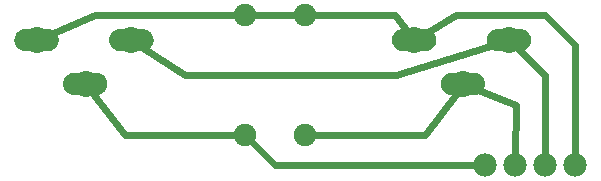
<source format=gtl>
G04 MADE WITH FRITZING*
G04 WWW.FRITZING.ORG*
G04 DOUBLE SIDED*
G04 HOLES PLATED*
G04 CONTOUR ON CENTER OF CONTOUR VECTOR*
%ASAXBY*%
%FSLAX23Y23*%
%MOIN*%
%OFA0B0*%
%SFA1.0B1.0*%
%ADD10C,0.075000*%
%ADD11C,0.078000*%
%ADD12C,0.087244*%
%ADD13C,0.024000*%
%ADD14R,0.001000X0.001000*%
%LNCOPPER1*%
G90*
G70*
G54D10*
X1010Y574D03*
X1010Y174D03*
X810Y574D03*
X810Y174D03*
G54D11*
X1910Y74D03*
X1810Y74D03*
X1710Y74D03*
X1610Y74D03*
G54D12*
X114Y490D03*
X430Y490D03*
X277Y343D03*
X1373Y490D03*
X1689Y490D03*
X1535Y343D03*
G54D13*
X1809Y573D02*
X1511Y574D01*
D02*
X1909Y473D02*
X1809Y573D01*
D02*
X1511Y574D02*
X1402Y508D01*
D02*
X1910Y104D02*
X1909Y473D01*
D02*
X1809Y373D02*
X1810Y104D01*
D02*
X1714Y465D02*
X1809Y373D01*
D02*
X1711Y273D02*
X1710Y104D01*
D02*
X1567Y330D02*
X1711Y273D01*
D02*
X1010Y373D02*
X610Y373D01*
D02*
X610Y373D02*
X459Y471D01*
D02*
X1311Y373D02*
X1010Y373D01*
D02*
X1657Y480D02*
X1311Y373D01*
D02*
X981Y574D02*
X839Y574D01*
D02*
X910Y74D02*
X1580Y74D01*
D02*
X830Y153D02*
X910Y74D01*
D02*
X1310Y574D02*
X1039Y574D01*
D02*
X1352Y517D02*
X1310Y574D01*
D02*
X1410Y174D02*
X1039Y174D01*
D02*
X1515Y315D02*
X1410Y174D01*
D02*
X309Y574D02*
X781Y574D01*
D02*
X137Y499D02*
X309Y574D01*
D02*
X407Y173D02*
X781Y173D01*
D02*
X292Y323D02*
X407Y173D01*
G54D14*
X72Y527D02*
X155Y527D01*
X388Y527D02*
X471Y527D01*
X1330Y527D02*
X1414Y527D01*
X1646Y527D02*
X1730Y527D01*
X67Y526D02*
X160Y526D01*
X383Y526D02*
X476Y526D01*
X1326Y526D02*
X1419Y526D01*
X1641Y526D02*
X1734Y526D01*
X64Y525D02*
X163Y525D01*
X380Y525D02*
X479Y525D01*
X1323Y525D02*
X1422Y525D01*
X1638Y525D02*
X1738Y525D01*
X62Y524D02*
X166Y524D01*
X378Y524D02*
X481Y524D01*
X1320Y524D02*
X1424Y524D01*
X1636Y524D02*
X1740Y524D01*
X60Y523D02*
X168Y523D01*
X375Y523D02*
X483Y523D01*
X1318Y523D02*
X1426Y523D01*
X1634Y523D02*
X1742Y523D01*
X58Y522D02*
X169Y522D01*
X374Y522D02*
X485Y522D01*
X1316Y522D02*
X1428Y522D01*
X1632Y522D02*
X1744Y522D01*
X56Y521D02*
X171Y521D01*
X372Y521D02*
X487Y521D01*
X1315Y521D02*
X1429Y521D01*
X1631Y521D02*
X1745Y521D01*
X55Y520D02*
X172Y520D01*
X371Y520D02*
X488Y520D01*
X1313Y520D02*
X1431Y520D01*
X1629Y520D02*
X1747Y520D01*
X54Y519D02*
X174Y519D01*
X369Y519D02*
X489Y519D01*
X1312Y519D02*
X1432Y519D01*
X1628Y519D02*
X1748Y519D01*
X52Y518D02*
X175Y518D01*
X368Y518D02*
X491Y518D01*
X1311Y518D02*
X1433Y518D01*
X1627Y518D02*
X1749Y518D01*
X51Y517D02*
X176Y517D01*
X367Y517D02*
X492Y517D01*
X1310Y517D02*
X1434Y517D01*
X1626Y517D02*
X1750Y517D01*
X50Y516D02*
X177Y516D01*
X366Y516D02*
X493Y516D01*
X1309Y516D02*
X1435Y516D01*
X1625Y516D02*
X1751Y516D01*
X49Y515D02*
X178Y515D01*
X365Y515D02*
X494Y515D01*
X1308Y515D02*
X1436Y515D01*
X1624Y515D02*
X1752Y515D01*
X49Y514D02*
X179Y514D01*
X364Y514D02*
X494Y514D01*
X1307Y514D02*
X1437Y514D01*
X1623Y514D02*
X1753Y514D01*
X48Y513D02*
X179Y513D01*
X364Y513D02*
X495Y513D01*
X1306Y513D02*
X1438Y513D01*
X1622Y513D02*
X1754Y513D01*
X47Y512D02*
X109Y512D01*
X118Y512D02*
X180Y512D01*
X363Y512D02*
X425Y512D01*
X434Y512D02*
X496Y512D01*
X1306Y512D02*
X1367Y512D01*
X1377Y512D02*
X1439Y512D01*
X1621Y512D02*
X1683Y512D01*
X1693Y512D02*
X1755Y512D01*
X46Y511D02*
X106Y511D01*
X122Y511D02*
X181Y511D01*
X362Y511D02*
X421Y511D01*
X438Y511D02*
X497Y511D01*
X1305Y511D02*
X1364Y511D01*
X1380Y511D02*
X1439Y511D01*
X1621Y511D02*
X1680Y511D01*
X1696Y511D02*
X1755Y511D01*
X46Y510D02*
X103Y510D01*
X124Y510D02*
X181Y510D01*
X362Y510D02*
X419Y510D01*
X440Y510D02*
X497Y510D01*
X1304Y510D02*
X1362Y510D01*
X1382Y510D02*
X1440Y510D01*
X1620Y510D02*
X1678Y510D01*
X1698Y510D02*
X1756Y510D01*
X45Y509D02*
X101Y509D01*
X126Y509D02*
X182Y509D01*
X361Y509D02*
X417Y509D01*
X442Y509D02*
X498Y509D01*
X1304Y509D02*
X1360Y509D01*
X1384Y509D02*
X1441Y509D01*
X1620Y509D02*
X1676Y509D01*
X1700Y509D02*
X1756Y509D01*
X45Y508D02*
X100Y508D01*
X127Y508D02*
X183Y508D01*
X360Y508D02*
X416Y508D01*
X443Y508D02*
X499Y508D01*
X1303Y508D02*
X1359Y508D01*
X1386Y508D02*
X1441Y508D01*
X1619Y508D02*
X1674Y508D01*
X1702Y508D02*
X1757Y508D01*
X44Y507D02*
X99Y507D01*
X128Y507D02*
X183Y507D01*
X360Y507D02*
X415Y507D01*
X444Y507D02*
X499Y507D01*
X1303Y507D02*
X1357Y507D01*
X1387Y507D02*
X1442Y507D01*
X1618Y507D02*
X1673Y507D01*
X1703Y507D02*
X1758Y507D01*
X44Y506D02*
X98Y506D01*
X130Y506D02*
X184Y506D01*
X359Y506D02*
X413Y506D01*
X445Y506D02*
X499Y506D01*
X1302Y506D02*
X1356Y506D01*
X1388Y506D02*
X1442Y506D01*
X1618Y506D02*
X1672Y506D01*
X1704Y506D02*
X1758Y506D01*
X43Y505D02*
X97Y505D01*
X130Y505D02*
X184Y505D01*
X359Y505D02*
X413Y505D01*
X446Y505D02*
X500Y505D01*
X1302Y505D02*
X1355Y505D01*
X1389Y505D02*
X1443Y505D01*
X1617Y505D02*
X1671Y505D01*
X1705Y505D02*
X1758Y505D01*
X43Y504D02*
X96Y504D01*
X131Y504D02*
X184Y504D01*
X359Y504D02*
X412Y504D01*
X447Y504D02*
X500Y504D01*
X1301Y504D02*
X1354Y504D01*
X1390Y504D02*
X1443Y504D01*
X1617Y504D02*
X1670Y504D01*
X1706Y504D02*
X1759Y504D01*
X42Y503D02*
X95Y503D01*
X132Y503D02*
X185Y503D01*
X358Y503D02*
X411Y503D01*
X448Y503D02*
X501Y503D01*
X1301Y503D02*
X1354Y503D01*
X1391Y503D02*
X1443Y503D01*
X1617Y503D02*
X1669Y503D01*
X1707Y503D02*
X1759Y503D01*
X42Y502D02*
X94Y502D01*
X133Y502D02*
X185Y502D01*
X358Y502D02*
X410Y502D01*
X449Y502D02*
X501Y502D01*
X1300Y502D02*
X1353Y502D01*
X1391Y502D02*
X1444Y502D01*
X1616Y502D02*
X1669Y502D01*
X1707Y502D02*
X1760Y502D01*
X42Y501D02*
X94Y501D01*
X133Y501D02*
X186Y501D01*
X358Y501D02*
X410Y501D01*
X449Y501D02*
X501Y501D01*
X1300Y501D02*
X1352Y501D01*
X1392Y501D02*
X1444Y501D01*
X1616Y501D02*
X1668Y501D01*
X1708Y501D02*
X1760Y501D01*
X41Y500D02*
X93Y500D01*
X134Y500D02*
X186Y500D01*
X357Y500D02*
X409Y500D01*
X450Y500D02*
X502Y500D01*
X1300Y500D02*
X1352Y500D01*
X1392Y500D02*
X1444Y500D01*
X1616Y500D02*
X1668Y500D01*
X1708Y500D02*
X1760Y500D01*
X41Y499D02*
X93Y499D01*
X134Y499D02*
X186Y499D01*
X357Y499D02*
X409Y499D01*
X450Y499D02*
X502Y499D01*
X1300Y499D02*
X1351Y499D01*
X1393Y499D02*
X1445Y499D01*
X1616Y499D02*
X1667Y499D01*
X1709Y499D02*
X1760Y499D01*
X41Y498D02*
X93Y498D01*
X135Y498D02*
X186Y498D01*
X357Y498D02*
X408Y498D01*
X451Y498D02*
X502Y498D01*
X1299Y498D02*
X1351Y498D01*
X1393Y498D02*
X1445Y498D01*
X1615Y498D02*
X1667Y498D01*
X1709Y498D02*
X1761Y498D01*
X41Y497D02*
X92Y497D01*
X135Y497D02*
X186Y497D01*
X357Y497D02*
X408Y497D01*
X451Y497D02*
X502Y497D01*
X1299Y497D02*
X1351Y497D01*
X1394Y497D02*
X1445Y497D01*
X1615Y497D02*
X1667Y497D01*
X1709Y497D02*
X1761Y497D01*
X41Y496D02*
X92Y496D01*
X135Y496D02*
X187Y496D01*
X356Y496D02*
X408Y496D01*
X451Y496D02*
X502Y496D01*
X1299Y496D02*
X1350Y496D01*
X1394Y496D02*
X1445Y496D01*
X1615Y496D02*
X1666Y496D01*
X1710Y496D02*
X1761Y496D01*
X40Y495D02*
X92Y495D01*
X136Y495D02*
X187Y495D01*
X356Y495D02*
X407Y495D01*
X451Y495D02*
X503Y495D01*
X1299Y495D02*
X1350Y495D01*
X1394Y495D02*
X1445Y495D01*
X1615Y495D02*
X1666Y495D01*
X1710Y495D02*
X1761Y495D01*
X40Y494D02*
X91Y494D01*
X136Y494D02*
X187Y494D01*
X356Y494D02*
X407Y494D01*
X452Y494D02*
X503Y494D01*
X1299Y494D02*
X1350Y494D01*
X1394Y494D02*
X1445Y494D01*
X1615Y494D02*
X1666Y494D01*
X1710Y494D02*
X1761Y494D01*
X40Y493D02*
X91Y493D01*
X136Y493D02*
X187Y493D01*
X356Y493D02*
X407Y493D01*
X452Y493D02*
X503Y493D01*
X1299Y493D02*
X1350Y493D01*
X1394Y493D02*
X1445Y493D01*
X1615Y493D02*
X1666Y493D01*
X1710Y493D02*
X1761Y493D01*
X40Y492D02*
X91Y492D01*
X136Y492D02*
X187Y492D01*
X356Y492D02*
X407Y492D01*
X452Y492D02*
X503Y492D01*
X1299Y492D02*
X1350Y492D01*
X1395Y492D02*
X1446Y492D01*
X1615Y492D02*
X1666Y492D01*
X1710Y492D02*
X1761Y492D01*
X40Y491D02*
X91Y491D01*
X136Y491D02*
X187Y491D01*
X356Y491D02*
X407Y491D01*
X452Y491D02*
X503Y491D01*
X1299Y491D02*
X1350Y491D01*
X1395Y491D02*
X1446Y491D01*
X1615Y491D02*
X1666Y491D01*
X1710Y491D02*
X1761Y491D01*
X40Y490D02*
X91Y490D01*
X136Y490D02*
X187Y490D01*
X356Y490D02*
X407Y490D01*
X452Y490D02*
X503Y490D01*
X1299Y490D02*
X1350Y490D01*
X1395Y490D02*
X1446Y490D01*
X1615Y490D02*
X1666Y490D01*
X1710Y490D02*
X1761Y490D01*
X40Y489D02*
X91Y489D01*
X136Y489D02*
X187Y489D01*
X356Y489D02*
X407Y489D01*
X452Y489D02*
X503Y489D01*
X1299Y489D02*
X1350Y489D01*
X1395Y489D02*
X1446Y489D01*
X1615Y489D02*
X1666Y489D01*
X1710Y489D02*
X1761Y489D01*
X40Y488D02*
X91Y488D01*
X136Y488D02*
X187Y488D01*
X356Y488D02*
X407Y488D01*
X452Y488D02*
X503Y488D01*
X1299Y488D02*
X1350Y488D01*
X1394Y488D02*
X1445Y488D01*
X1615Y488D02*
X1666Y488D01*
X1710Y488D02*
X1761Y488D01*
X40Y487D02*
X91Y487D01*
X136Y487D02*
X187Y487D01*
X356Y487D02*
X407Y487D01*
X452Y487D02*
X503Y487D01*
X1299Y487D02*
X1350Y487D01*
X1394Y487D02*
X1445Y487D01*
X1615Y487D02*
X1666Y487D01*
X1710Y487D02*
X1761Y487D01*
X40Y486D02*
X92Y486D01*
X136Y486D02*
X187Y486D01*
X356Y486D02*
X407Y486D01*
X451Y486D02*
X503Y486D01*
X1299Y486D02*
X1350Y486D01*
X1394Y486D02*
X1445Y486D01*
X1615Y486D02*
X1666Y486D01*
X1710Y486D02*
X1761Y486D01*
X41Y485D02*
X92Y485D01*
X135Y485D02*
X187Y485D01*
X356Y485D02*
X408Y485D01*
X451Y485D02*
X503Y485D01*
X1299Y485D02*
X1350Y485D01*
X1394Y485D02*
X1445Y485D01*
X1615Y485D02*
X1666Y485D01*
X1710Y485D02*
X1761Y485D01*
X41Y484D02*
X92Y484D01*
X135Y484D02*
X186Y484D01*
X357Y484D02*
X408Y484D01*
X451Y484D02*
X502Y484D01*
X1299Y484D02*
X1351Y484D01*
X1394Y484D02*
X1445Y484D01*
X1615Y484D02*
X1667Y484D01*
X1709Y484D02*
X1761Y484D01*
X41Y483D02*
X92Y483D01*
X135Y483D02*
X186Y483D01*
X357Y483D02*
X408Y483D01*
X451Y483D02*
X502Y483D01*
X1299Y483D02*
X1351Y483D01*
X1393Y483D02*
X1445Y483D01*
X1615Y483D02*
X1667Y483D01*
X1709Y483D02*
X1761Y483D01*
X41Y482D02*
X93Y482D01*
X134Y482D02*
X186Y482D01*
X357Y482D02*
X409Y482D01*
X450Y482D02*
X502Y482D01*
X1300Y482D02*
X1351Y482D01*
X1393Y482D02*
X1445Y482D01*
X1616Y482D02*
X1667Y482D01*
X1709Y482D02*
X1760Y482D01*
X41Y481D02*
X93Y481D01*
X134Y481D02*
X186Y481D01*
X357Y481D02*
X409Y481D01*
X450Y481D02*
X502Y481D01*
X1300Y481D02*
X1352Y481D01*
X1392Y481D02*
X1444Y481D01*
X1616Y481D02*
X1668Y481D01*
X1708Y481D02*
X1760Y481D01*
X42Y480D02*
X94Y480D01*
X133Y480D02*
X186Y480D01*
X357Y480D02*
X410Y480D01*
X449Y480D02*
X501Y480D01*
X1300Y480D02*
X1352Y480D01*
X1392Y480D02*
X1444Y480D01*
X1616Y480D02*
X1668Y480D01*
X1708Y480D02*
X1760Y480D01*
X42Y479D02*
X94Y479D01*
X133Y479D02*
X185Y479D01*
X358Y479D02*
X410Y479D01*
X449Y479D02*
X501Y479D01*
X1300Y479D02*
X1353Y479D01*
X1391Y479D02*
X1444Y479D01*
X1616Y479D02*
X1669Y479D01*
X1707Y479D02*
X1760Y479D01*
X42Y478D02*
X95Y478D01*
X132Y478D02*
X185Y478D01*
X358Y478D02*
X411Y478D01*
X448Y478D02*
X501Y478D01*
X1301Y478D02*
X1354Y478D01*
X1391Y478D02*
X1443Y478D01*
X1617Y478D02*
X1669Y478D01*
X1707Y478D02*
X1759Y478D01*
X43Y477D02*
X96Y477D01*
X131Y477D02*
X185Y477D01*
X359Y477D02*
X412Y477D01*
X447Y477D02*
X500Y477D01*
X1301Y477D02*
X1354Y477D01*
X1390Y477D02*
X1443Y477D01*
X1617Y477D02*
X1670Y477D01*
X1706Y477D02*
X1759Y477D01*
X43Y476D02*
X97Y476D01*
X131Y476D02*
X184Y476D01*
X359Y476D02*
X413Y476D01*
X446Y476D02*
X500Y476D01*
X1302Y476D02*
X1355Y476D01*
X1389Y476D02*
X1443Y476D01*
X1617Y476D02*
X1671Y476D01*
X1705Y476D02*
X1759Y476D01*
X44Y475D02*
X97Y475D01*
X130Y475D02*
X184Y475D01*
X359Y475D02*
X413Y475D01*
X446Y475D02*
X500Y475D01*
X1302Y475D02*
X1356Y475D01*
X1388Y475D02*
X1442Y475D01*
X1618Y475D02*
X1672Y475D01*
X1704Y475D02*
X1758Y475D01*
X44Y474D02*
X99Y474D01*
X129Y474D02*
X183Y474D01*
X360Y474D02*
X415Y474D01*
X444Y474D02*
X499Y474D01*
X1303Y474D02*
X1357Y474D01*
X1387Y474D02*
X1442Y474D01*
X1618Y474D02*
X1673Y474D01*
X1703Y474D02*
X1758Y474D01*
X44Y473D02*
X100Y473D01*
X127Y473D02*
X183Y473D01*
X360Y473D02*
X416Y473D01*
X443Y473D02*
X499Y473D01*
X1303Y473D02*
X1358Y473D01*
X1386Y473D02*
X1441Y473D01*
X1619Y473D02*
X1674Y473D01*
X1702Y473D02*
X1757Y473D01*
X45Y472D02*
X101Y472D01*
X126Y472D02*
X182Y472D01*
X361Y472D02*
X417Y472D01*
X442Y472D02*
X498Y472D01*
X1304Y472D02*
X1360Y472D01*
X1385Y472D02*
X1441Y472D01*
X1619Y472D02*
X1676Y472D01*
X1700Y472D02*
X1757Y472D01*
X46Y471D02*
X103Y471D01*
X124Y471D02*
X182Y471D01*
X362Y471D02*
X419Y471D01*
X440Y471D02*
X497Y471D01*
X1304Y471D02*
X1362Y471D01*
X1383Y471D02*
X1440Y471D01*
X1620Y471D02*
X1677Y471D01*
X1699Y471D02*
X1756Y471D01*
X46Y470D02*
X105Y470D01*
X122Y470D02*
X181Y470D01*
X362Y470D02*
X421Y470D01*
X438Y470D02*
X497Y470D01*
X1305Y470D02*
X1364Y470D01*
X1381Y470D02*
X1439Y470D01*
X1621Y470D02*
X1680Y470D01*
X1696Y470D02*
X1755Y470D01*
X47Y469D02*
X108Y469D01*
X119Y469D02*
X180Y469D01*
X363Y469D02*
X424Y469D01*
X435Y469D02*
X496Y469D01*
X1306Y469D02*
X1367Y469D01*
X1377Y469D02*
X1439Y469D01*
X1621Y469D02*
X1683Y469D01*
X1693Y469D02*
X1755Y469D01*
X48Y468D02*
X179Y468D01*
X364Y468D02*
X495Y468D01*
X1306Y468D02*
X1438Y468D01*
X1622Y468D02*
X1754Y468D01*
X49Y467D02*
X179Y467D01*
X364Y467D02*
X495Y467D01*
X1307Y467D02*
X1437Y467D01*
X1623Y467D02*
X1753Y467D01*
X49Y466D02*
X178Y466D01*
X365Y466D02*
X494Y466D01*
X1308Y466D02*
X1436Y466D01*
X1624Y466D02*
X1752Y466D01*
X50Y465D02*
X177Y465D01*
X366Y465D02*
X493Y465D01*
X1309Y465D02*
X1435Y465D01*
X1625Y465D02*
X1751Y465D01*
X51Y464D02*
X176Y464D01*
X367Y464D02*
X492Y464D01*
X1310Y464D02*
X1434Y464D01*
X1626Y464D02*
X1750Y464D01*
X52Y463D02*
X175Y463D01*
X368Y463D02*
X491Y463D01*
X1311Y463D02*
X1433Y463D01*
X1627Y463D02*
X1749Y463D01*
X53Y462D02*
X174Y462D01*
X369Y462D02*
X490Y462D01*
X1312Y462D02*
X1432Y462D01*
X1628Y462D02*
X1748Y462D01*
X55Y461D02*
X172Y461D01*
X371Y461D02*
X488Y461D01*
X1313Y461D02*
X1431Y461D01*
X1629Y461D02*
X1747Y461D01*
X56Y460D02*
X171Y460D01*
X372Y460D02*
X487Y460D01*
X1315Y460D02*
X1430Y460D01*
X1631Y460D02*
X1745Y460D01*
X58Y459D02*
X169Y459D01*
X374Y459D02*
X485Y459D01*
X1316Y459D02*
X1428Y459D01*
X1632Y459D02*
X1744Y459D01*
X59Y458D02*
X168Y458D01*
X375Y458D02*
X484Y458D01*
X1318Y458D02*
X1426Y458D01*
X1634Y458D02*
X1742Y458D01*
X61Y457D02*
X166Y457D01*
X377Y457D02*
X482Y457D01*
X1320Y457D02*
X1424Y457D01*
X1636Y457D02*
X1740Y457D01*
X64Y456D02*
X163Y456D01*
X380Y456D02*
X479Y456D01*
X1322Y456D02*
X1422Y456D01*
X1638Y456D02*
X1738Y456D01*
X67Y455D02*
X160Y455D01*
X383Y455D02*
X476Y455D01*
X1325Y455D02*
X1419Y455D01*
X1641Y455D02*
X1735Y455D01*
X71Y454D02*
X156Y454D01*
X387Y454D02*
X472Y454D01*
X1330Y454D02*
X1415Y454D01*
X1646Y454D02*
X1730Y454D01*
X238Y381D02*
X314Y381D01*
X1497Y381D02*
X1572Y381D01*
X231Y380D02*
X321Y380D01*
X1489Y380D02*
X1580Y380D01*
X227Y379D02*
X325Y379D01*
X1486Y379D02*
X1583Y379D01*
X225Y378D02*
X327Y378D01*
X1483Y378D02*
X1586Y378D01*
X223Y377D02*
X329Y377D01*
X1481Y377D02*
X1588Y377D01*
X221Y376D02*
X331Y376D01*
X1479Y376D02*
X1590Y376D01*
X219Y375D02*
X333Y375D01*
X1478Y375D02*
X1591Y375D01*
X218Y374D02*
X334Y374D01*
X1476Y374D02*
X1593Y374D01*
X216Y373D02*
X336Y373D01*
X1475Y373D02*
X1594Y373D01*
X215Y372D02*
X337Y372D01*
X1474Y372D02*
X1595Y372D01*
X214Y371D02*
X338Y371D01*
X1473Y371D02*
X1596Y371D01*
X213Y370D02*
X339Y370D01*
X1472Y370D02*
X1597Y370D01*
X212Y369D02*
X340Y369D01*
X1471Y369D02*
X1598Y369D01*
X211Y368D02*
X341Y368D01*
X1470Y368D02*
X1599Y368D01*
X210Y367D02*
X341Y367D01*
X1469Y367D02*
X1600Y367D01*
X210Y366D02*
X274Y366D01*
X278Y366D02*
X342Y366D01*
X1468Y366D02*
X1532Y366D01*
X1537Y366D02*
X1601Y366D01*
X209Y365D02*
X269Y365D01*
X283Y365D02*
X343Y365D01*
X1468Y365D02*
X1528Y365D01*
X1541Y365D02*
X1602Y365D01*
X208Y364D02*
X266Y364D01*
X286Y364D02*
X344Y364D01*
X1467Y364D02*
X1525Y364D01*
X1544Y364D02*
X1602Y364D01*
X208Y363D02*
X264Y363D01*
X288Y363D02*
X344Y363D01*
X1466Y363D02*
X1523Y363D01*
X1546Y363D02*
X1603Y363D01*
X207Y362D02*
X263Y362D01*
X289Y362D02*
X345Y362D01*
X1466Y362D02*
X1521Y362D01*
X1548Y362D02*
X1603Y362D01*
X207Y361D02*
X262Y361D01*
X290Y361D02*
X345Y361D01*
X1465Y361D02*
X1520Y361D01*
X1549Y361D02*
X1604Y361D01*
X206Y360D02*
X260Y360D01*
X292Y360D02*
X346Y360D01*
X1465Y360D02*
X1519Y360D01*
X1550Y360D02*
X1604Y360D01*
X206Y359D02*
X259Y359D01*
X293Y359D02*
X346Y359D01*
X1464Y359D02*
X1518Y359D01*
X1551Y359D02*
X1605Y359D01*
X205Y358D02*
X259Y358D01*
X293Y358D02*
X347Y358D01*
X1464Y358D02*
X1517Y358D01*
X1552Y358D02*
X1605Y358D01*
X205Y357D02*
X258Y357D01*
X294Y357D02*
X347Y357D01*
X1463Y357D02*
X1516Y357D01*
X1553Y357D02*
X1606Y357D01*
X204Y356D02*
X257Y356D01*
X295Y356D02*
X347Y356D01*
X1463Y356D02*
X1516Y356D01*
X1553Y356D02*
X1606Y356D01*
X204Y355D02*
X256Y355D01*
X295Y355D02*
X348Y355D01*
X1463Y355D02*
X1515Y355D01*
X1554Y355D02*
X1606Y355D01*
X204Y354D02*
X256Y354D01*
X296Y354D02*
X348Y354D01*
X1462Y354D02*
X1514Y354D01*
X1555Y354D02*
X1607Y354D01*
X204Y353D02*
X255Y353D01*
X297Y353D02*
X348Y353D01*
X1462Y353D02*
X1514Y353D01*
X1555Y353D02*
X1607Y353D01*
X203Y352D02*
X255Y352D01*
X297Y352D02*
X349Y352D01*
X1462Y352D02*
X1514Y352D01*
X1555Y352D02*
X1607Y352D01*
X203Y351D02*
X255Y351D01*
X297Y351D02*
X349Y351D01*
X1462Y351D02*
X1513Y351D01*
X1556Y351D02*
X1607Y351D01*
X203Y350D02*
X254Y350D01*
X298Y350D02*
X349Y350D01*
X1462Y350D02*
X1513Y350D01*
X1556Y350D02*
X1607Y350D01*
X203Y349D02*
X254Y349D01*
X298Y349D02*
X349Y349D01*
X1461Y349D02*
X1513Y349D01*
X1556Y349D02*
X1608Y349D01*
X203Y348D02*
X254Y348D01*
X298Y348D02*
X349Y348D01*
X1461Y348D02*
X1512Y348D01*
X1557Y348D02*
X1608Y348D01*
X203Y347D02*
X254Y347D01*
X298Y347D02*
X349Y347D01*
X1461Y347D02*
X1512Y347D01*
X1557Y347D02*
X1608Y347D01*
X203Y346D02*
X254Y346D01*
X298Y346D02*
X349Y346D01*
X1461Y346D02*
X1512Y346D01*
X1557Y346D02*
X1608Y346D01*
X203Y345D02*
X254Y345D01*
X298Y345D02*
X349Y345D01*
X1461Y345D02*
X1512Y345D01*
X1557Y345D02*
X1608Y345D01*
X202Y344D02*
X253Y344D01*
X298Y344D02*
X349Y344D01*
X1461Y344D02*
X1512Y344D01*
X1557Y344D02*
X1608Y344D01*
X203Y343D02*
X254Y343D01*
X298Y343D02*
X349Y343D01*
X1461Y343D02*
X1512Y343D01*
X1557Y343D02*
X1608Y343D01*
X203Y342D02*
X254Y342D01*
X298Y342D02*
X349Y342D01*
X1461Y342D02*
X1512Y342D01*
X1557Y342D02*
X1608Y342D01*
X203Y341D02*
X254Y341D01*
X298Y341D02*
X349Y341D01*
X1461Y341D02*
X1512Y341D01*
X1557Y341D02*
X1608Y341D01*
X203Y340D02*
X254Y340D01*
X298Y340D02*
X349Y340D01*
X1461Y340D02*
X1512Y340D01*
X1557Y340D02*
X1608Y340D01*
X203Y339D02*
X254Y339D01*
X298Y339D02*
X349Y339D01*
X1461Y339D02*
X1513Y339D01*
X1556Y339D02*
X1608Y339D01*
X203Y338D02*
X254Y338D01*
X298Y338D02*
X349Y338D01*
X1462Y338D02*
X1513Y338D01*
X1556Y338D02*
X1607Y338D01*
X203Y337D02*
X255Y337D01*
X297Y337D02*
X349Y337D01*
X1462Y337D02*
X1513Y337D01*
X1556Y337D02*
X1607Y337D01*
X203Y336D02*
X255Y336D01*
X297Y336D02*
X349Y336D01*
X1462Y336D02*
X1514Y336D01*
X1555Y336D02*
X1607Y336D01*
X204Y335D02*
X255Y335D01*
X296Y335D02*
X348Y335D01*
X1462Y335D02*
X1514Y335D01*
X1555Y335D02*
X1607Y335D01*
X204Y334D02*
X256Y334D01*
X296Y334D02*
X348Y334D01*
X1462Y334D02*
X1515Y334D01*
X1554Y334D02*
X1607Y334D01*
X204Y333D02*
X257Y333D01*
X295Y333D02*
X348Y333D01*
X1463Y333D02*
X1515Y333D01*
X1554Y333D02*
X1606Y333D01*
X205Y332D02*
X257Y332D01*
X295Y332D02*
X347Y332D01*
X1463Y332D02*
X1516Y332D01*
X1553Y332D02*
X1606Y332D01*
X205Y331D02*
X258Y331D01*
X294Y331D02*
X347Y331D01*
X1463Y331D02*
X1516Y331D01*
X1553Y331D02*
X1606Y331D01*
X205Y330D02*
X259Y330D01*
X293Y330D02*
X347Y330D01*
X1464Y330D02*
X1517Y330D01*
X1552Y330D02*
X1605Y330D01*
X206Y329D02*
X260Y329D01*
X292Y329D02*
X346Y329D01*
X1464Y329D02*
X1518Y329D01*
X1551Y329D02*
X1605Y329D01*
X206Y328D02*
X261Y328D01*
X291Y328D02*
X346Y328D01*
X1465Y328D02*
X1519Y328D01*
X1550Y328D02*
X1604Y328D01*
X207Y327D02*
X262Y327D01*
X290Y327D02*
X345Y327D01*
X1465Y327D02*
X1520Y327D01*
X1549Y327D02*
X1604Y327D01*
X207Y326D02*
X263Y326D01*
X289Y326D02*
X345Y326D01*
X1466Y326D02*
X1522Y326D01*
X1547Y326D02*
X1603Y326D01*
X208Y325D02*
X265Y325D01*
X287Y325D02*
X344Y325D01*
X1466Y325D02*
X1523Y325D01*
X1546Y325D02*
X1603Y325D01*
X208Y324D02*
X267Y324D01*
X285Y324D02*
X343Y324D01*
X1467Y324D02*
X1525Y324D01*
X1544Y324D02*
X1602Y324D01*
X209Y323D02*
X270Y323D01*
X282Y323D02*
X343Y323D01*
X1468Y323D02*
X1528Y323D01*
X1541Y323D02*
X1601Y323D01*
X210Y322D02*
X342Y322D01*
X1468Y322D02*
X1601Y322D01*
X211Y321D02*
X341Y321D01*
X1469Y321D02*
X1600Y321D01*
X211Y320D02*
X340Y320D01*
X1470Y320D02*
X1599Y320D01*
X212Y319D02*
X340Y319D01*
X1471Y319D02*
X1598Y319D01*
X213Y318D02*
X339Y318D01*
X1472Y318D02*
X1597Y318D01*
X214Y317D02*
X338Y317D01*
X1473Y317D02*
X1596Y317D01*
X215Y316D02*
X336Y316D01*
X1474Y316D02*
X1595Y316D01*
X217Y315D02*
X335Y315D01*
X1475Y315D02*
X1594Y315D01*
X218Y314D02*
X334Y314D01*
X1477Y314D02*
X1592Y314D01*
X220Y313D02*
X332Y313D01*
X1478Y313D02*
X1591Y313D01*
X221Y312D02*
X331Y312D01*
X1480Y312D02*
X1589Y312D01*
X223Y311D02*
X329Y311D01*
X1482Y311D02*
X1587Y311D01*
X225Y310D02*
X327Y310D01*
X1484Y310D02*
X1585Y310D01*
X228Y309D02*
X324Y309D01*
X1487Y309D02*
X1583Y309D01*
X232Y308D02*
X320Y308D01*
X1490Y308D02*
X1579Y308D01*
D02*
G04 End of Copper1*
M02*
</source>
